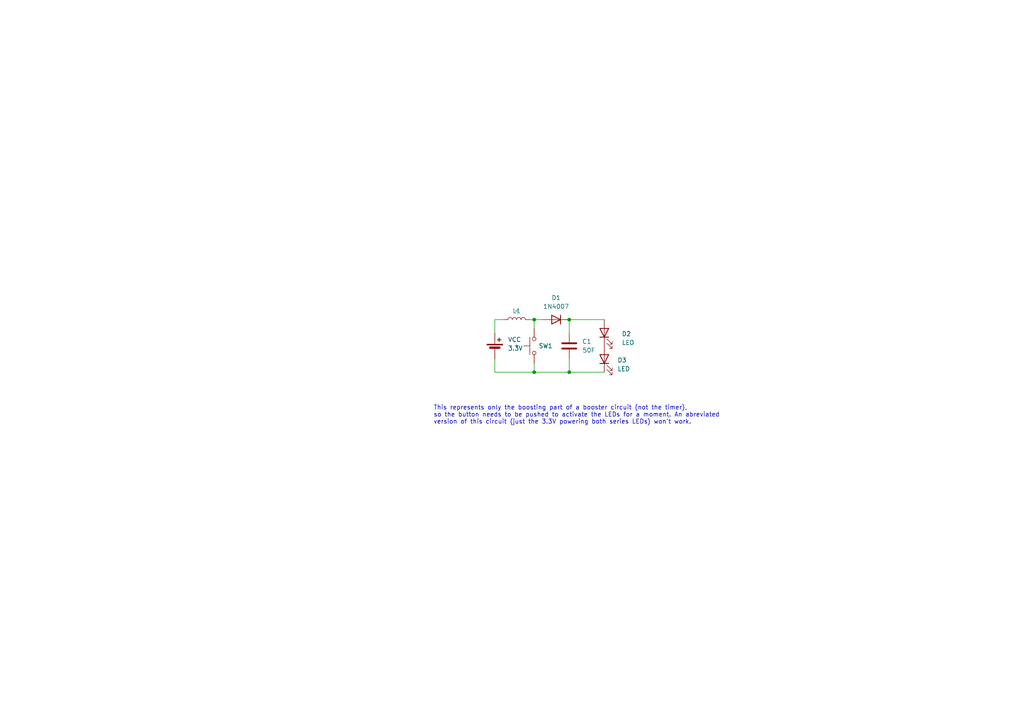
<source format=kicad_sch>
(kicad_sch (version 20230121) (generator eeschema)
  (paper "A4")
  (lib_symbols
    (symbol "Device:Battery_Cell" (pin_numbers hide) (pin_names (offset 0) hide)
      (property "Reference" "BT" (at 2.54 2.54 0))
      (property "Value" "Battery_Cell" (at 2.54 0 0))
      (symbol "Battery_Cell_0_1"
        (rectangle (start -2.286 1.778) (end 2.286 1.524) (fill (type outline)))
        (rectangle (start -1.524 1.016) (end 1.524 0.508) (fill (type outline)))
        (polyline (pts (xy 0 0.762) (xy 0 0)))
        (polyline (pts (xy 0 1.778) (xy 0 2.54)))
        (polyline (pts (xy 0.762 3.048) (xy 1.778 3.048)) (stroke (width 0.254)))
        (polyline (pts (xy 1.27 3.556) (xy 1.27 2.54)) (stroke (width 0.254)))
      )
      (symbol "Battery_Cell_1_1"
        (pin passive line (at 0 5.08 270) (length 2.54) (name "+") (number "1"))
        (pin passive line (at 0 -2.54 90) (length 2.54) (name "-") (number "2"))
      )
    )
    (symbol "Device:C" (pin_numbers hide) (pin_names (offset 0.254))
      (property "Reference" "C" (at 0.635 2.54 0))
      (property "Value" "C" (at 0.635 -2.54 0))
      (symbol "C_0_1"
        (polyline (pts (xy -2.032 -0.762) (xy 2.032 -0.762)) (stroke (width 0.508)))
        (polyline (pts (xy -2.032 0.762) (xy 2.032 0.762)) (stroke (width 0.508)))
      )
      (symbol "C_1_1"
        (pin passive line (at 0 3.81 270) (length 2.794) (name "~") (number "1"))
        (pin passive line (at 0 -3.81 90) (length 2.794) (name "~") (number "2"))
      )
    )
    (symbol "Device:L" (pin_numbers hide) (pin_names (offset 1.016) hide)
      (property "Reference" "L" (at -1.27 0 90))
      (property "Value" "L" (at 1.905 0 90))
      (symbol "L_0_1"
        (arc (start 0 -2.54) (mid 0.6323 -1.905) (end 0 -1.27))
        (arc (start 0 -1.27) (mid 0.6323 -0.635) (end 0 0))
        (arc (start 0 0) (mid 0.6323 0.635) (end 0 1.27))
        (arc (start 0 1.27) (mid 0.6323 1.905) (end 0 2.54))
      )
      (symbol "L_1_1"
        (pin passive line (at 0 3.81 270) (length 1.27) (name "1") (number "1"))
        (pin passive line (at 0 -3.81 90) (length 1.27) (name "2") (number "2"))
      )
    )
    (symbol "Device:LED" (pin_numbers hide) (pin_names (offset 1.016) hide)
      (property "Reference" "D" (at 0 2.54 0))
      (property "Value" "LED" (at 0 -2.54 0))
      (symbol "LED_0_1"
        (polyline (pts (xy -1.27 -1.27) (xy -1.27 1.27)) (stroke (width 0.254)))
        (polyline (pts (xy -1.27 0) (xy 1.27 0)))
        (polyline (pts (xy 1.27 -1.27) (xy 1.27 1.27) (xy -1.27 0) (xy 1.27 -1.27)) (stroke (width 0.254)))
        (polyline (pts (xy -3.048 -0.762) (xy -4.572 -2.286) (xy -3.81 -2.286) (xy -4.572 -2.286) (xy -4.572 -1.524)))
        (polyline (pts (xy -1.778 -0.762) (xy -3.302 -2.286) (xy -2.54 -2.286) (xy -3.302 -2.286) (xy -3.302 -1.524)))
      )
      (symbol "LED_1_1"
        (pin passive line (at -3.81 0 0) (length 2.54) (name "K") (number "1"))
        (pin passive line (at 3.81 0 180) (length 2.54) (name "A") (number "2"))
      )
    )
    (symbol "Diode:1N4007" (pin_numbers hide) (pin_names hide)
      (property "Reference" "D" (at 0 2.54 0))
      (property "Value" "1N4007" (at 0 -2.54 0))
      (symbol "1N4007_0_1"
        (polyline (pts (xy -1.27 1.27) (xy -1.27 -1.27)) (stroke (width 0.254)))
        (polyline (pts (xy 1.27 0) (xy -1.27 0)))
        (polyline (pts (xy 1.27 1.27) (xy 1.27 -1.27) (xy -1.27 0) (xy 1.27 1.27)) (stroke (width 0.254)))
      )
      (symbol "1N4007_1_1"
        (pin passive line (at -3.81 0 0) (length 2.54) (name "K") (number "1"))
        (pin passive line (at 3.81 0 180) (length 2.54) (name "A") (number "2"))
      )
    )
    (symbol "Switch:SW_Push" (pin_numbers hide) (pin_names (offset 1.016) hide)
      (property "Reference" "SW" (at 1.27 2.54 0))
      (property "Value" "SW_Push" (at 0 -1.524 0))
      (symbol "SW_Push_0_1"
        (circle (center -2.032 0) (radius 0.508))
        (polyline (pts (xy 0 1.27) (xy 0 3.048)))
        (polyline (pts (xy 2.54 1.27) (xy -2.54 1.27)))
        (circle (center 2.032 0) (radius 0.508))
        (pin passive line (at -5.08 0 0) (length 2.54) (name "1") (number "1"))
        (pin passive line (at 5.08 0 180) (length 2.54) (name "2") (number "2"))
      )
    )
  )
  (junction (at 154.94 92.71))
  (junction (at 165.1 107.95))
  (junction (at 154.94 107.95))
  (junction (at 165.1 92.71))
  (wire (pts (xy 154.94 107.95) (xy 154.94 105.41)))
  (wire (pts (xy 165.1 107.95) (xy 165.1 104.14)))
  (wire (pts (xy 165.1 92.71) (xy 175.26 92.71)))
  (wire (pts (xy 154.94 107.95) (xy 165.1 107.95)))
  (wire (pts (xy 143.51 107.95) (xy 154.94 107.95)))
  (wire (pts (xy 154.94 95.25) (xy 154.94 92.71)))
  (wire (pts (xy 143.51 96.52) (xy 143.51 92.71)))
  (wire (pts (xy 143.51 104.14) (xy 143.51 107.95)))
  (wire (pts (xy 165.1 92.71) (xy 165.1 96.52)))
  (wire (pts (xy 165.1 107.95) (xy 175.26 107.95)))
  (wire (pts (xy 143.51 92.71) (xy 146.05 92.71)))
  (wire (pts (xy 154.94 92.71) (xy 157.48 92.71)))
  (wire (pts (xy 153.67 92.71) (xy 154.94 92.71)))
  (wire (pts (xy 163.83 92.71) (xy 165.1 92.71)))
  (text "This represents only the boosting part of a booster circuit (not the timer), \nso the button needs to be pushed to activate the LEDs for a moment. An abreviated \nversion of this circuit (just the 3.3V powering both series LEDs) won't work." (at 125.73 123.19 0) (effects (font (size 1.27 1.27)) (justify left bottom)))
  (symbol (lib_id "Device:Battery_Cell") (at 143.51 101.6 0) (unit 1)
    (property "Reference" "VCC" (at 147.32 98.4885 0) (effects (justify left)))
    (property "Value" "3.3V" (at 147.32 101.0285 0) (effects (justify left)))
  )
  (symbol (lib_id "Diode:1N4007") (at 161.29 92.71 0) (mirror y) (unit 1)
    (property "Reference" "D1" (at 161.29 86.36 0))
    (property "Value" "1N4007" (at 161.29 88.9 0))
    (property "Footprint" "Diode_THT:D_DO-41_SOD81_P10.16mm_Horizontal" (effects hide))
    (property "Datasheet" "http://www.vishay.com/docs/88503/1n4001.pdf" (effects hide))
    (property "Sim.Device" "D" (effects hide))
    (property "Sim.Pins" "1=K 2=A" (effects hide))
  )
  (symbol (lib_id "Device:LED") (at 175.26 96.52 90) (unit 1)
    (property "Reference" "D2" (at 180.34 96.8375 90) (effects (justify right)))
    (property "Value" "LED" (at 180.34 99.3775 90) (effects (justify right)))
  )
  (symbol (lib_id "Device:LED") (at 175.26 104.14 90) (unit 1)
    (property "Reference" "D3" (at 179.07 104.4575 90) (effects (justify right)))
    (property "Value" "LED" (at 179.07 106.9975 90) (effects (justify right)))
  )
  (symbol (lib_id "Device:C") (at 165.1 100.33 0) (unit 1)
    (property "Reference" "C1" (at 170.18 99.06 0))
    (property "Value" "50F" (at 168.91 101.6 0) (effects (justify left)))
  )
  (symbol (lib_id "Switch:SW_Push") (at 154.94 100.33 90) (unit 1)
    (property "Reference" "SW1" (at 156.21 100.33 90) (effects (justify right)))
    (property "Value" "~" (at 149.86 100.33 0))
  )
  (symbol (lib_id "Device:L") (at 149.86 92.71 90) (unit 1)
    (property "Reference" "L1" (at 149.86 90.17 90))
    (property "Value" "~" (at 149.86 90.17 90))
  )
)
</source>
